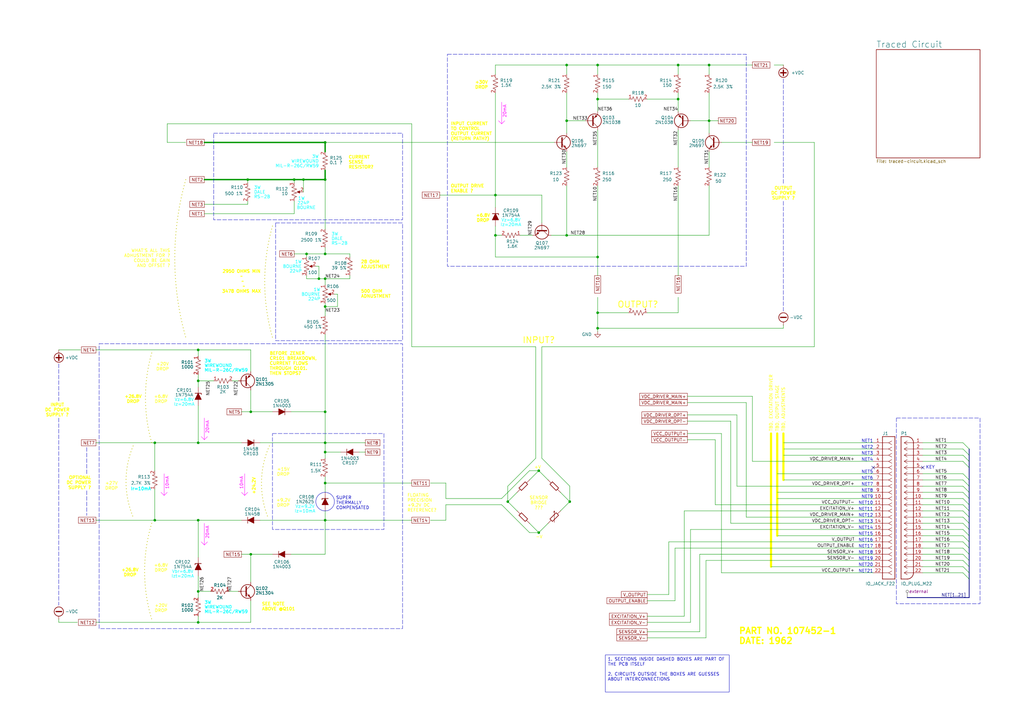
<source format=kicad_sch>
(kicad_sch (version 20231120) (generator "eeschema") (generator_version "8.0")
  (paper "A3")
  (title_block (title "APOLLO ERA MYSTERY PCB ASSEMBLY") (date "2024-11-17"))
  (junction (at 245.11 26.67))
  (junction (at 124.46 73.66))
  (junction (at 245.11 40.64))
  (junction (at 278.13 40.64))
  (junction (at 245.11 134.62))
  (junction (at 232.41 96.52))
  (junction (at 81.28 255.27))
  (junction (at 290.83 49.53))
  (junction (at 120.65 73.66))
  (junction (at 133.35 198.12))
  (junction (at 203.2 80.01))
  (junction (at 133.35 73.66))
  (junction (at 63.5 213.36))
  (junction (at 203.2 96.52))
  (junction (at 133.35 58.42))
  (junction (at 101.6 73.66))
  (junction (at 220.98 218.44))
  (junction (at 278.13 26.67))
  (junction (at 133.35 168.91))
  (junction (at 102.87 227.33))
  (junction (at 125.73 104.14))
  (junction (at 130.81 114.3))
  (junction (at 245.11 128.27))
  (junction (at 102.87 168.91))
  (junction (at 290.83 26.67))
  (junction (at 220.98 193.04))
  (junction (at 81.28 156.21))
  (junction (at 133.35 104.14))
  (junction (at 133.35 185.42))
  (junction (at 232.41 49.53))
  (junction (at 133.35 125.73))
  (junction (at 233.68 205.74))
  (junction (at 81.28 181.61))
  (junction (at 133.35 181.61))
  (junction (at 81.28 143.51))
  (junction (at 133.35 114.3))
  (junction (at 245.11 105.41))
  (junction (at 232.41 26.67))
  (junction (at 63.5 181.61))
  (junction (at 81.28 213.36))
  (junction (at 133.35 213.36))
  (junction (at 208.28 205.74))
  (junction (at 81.28 242.57))
  (no_connect (at 358.14 191.77))
  (no_connect (at 378.46 191.77))
  (bus_entry (at 397.51 214.63) (size -2.54 -2.54))
  (bus_entry (at 397.51 196.85) (size -2.54 -2.54))
  (bus_entry (at 397.51 217.17) (size -2.54 -2.54))
  (bus_entry (at 397.51 204.47) (size -2.54 -2.54))
  (bus_entry (at 397.51 232.41) (size -2.54 -2.54))
  (bus_entry (at 397.51 184.15) (size -2.54 -2.54))
  (bus_entry (at 397.51 229.87) (size -2.54 -2.54))
  (bus_entry (at 397.51 199.39) (size -2.54 -2.54))
  (bus_entry (at 397.51 189.23) (size -2.54 -2.54))
  (bus_entry (at 397.51 207.01) (size -2.54 -2.54))
  (bus_entry (at 397.51 186.69) (size -2.54 -2.54))
  (bus_entry (at 397.51 201.93) (size -2.54 -2.54))
  (bus_entry (at 397.51 224.79) (size -2.54 -2.54))
  (bus_entry (at 397.51 191.77) (size -2.54 -2.54))
  (bus_entry (at 397.51 237.49) (size -2.54 -2.54))
  (bus_entry (at 397.51 234.95) (size -2.54 -2.54))
  (bus_entry (at 397.51 222.25) (size -2.54 -2.54))
  (bus_entry (at 397.51 209.55) (size -2.54 -2.54))
  (bus_entry (at 397.51 212.09) (size -2.54 -2.54))
  (bus_entry (at 397.51 219.71) (size -2.54 -2.54))
  (bus_entry (at 397.51 227.33) (size -2.54 -2.54))
  (wire (pts (xy 295.91 234.95) (xy 358.14 234.95)))
  (wire (pts (xy 217.17 196.85) (xy 220.98 193.04)))
  (wire (pts (xy 232.41 96.52) (xy 290.83 96.52)))
  (wire (pts (xy 378.46 186.69) (xy 394.97 186.69)))
  (wire (pts (xy 265.43 40.64) (xy 278.13 40.64)))
  (wire (pts (xy 317.5 58.42) (xy 334.01 58.42)))
  (wire (pts (xy 281.94 162.56) (xy 308.61 162.56)))
  (wire (pts (xy 120.65 104.14) (xy 125.73 104.14)))
  (wire (pts (xy 378.46 204.47) (xy 394.97 204.47)))
  (wire (pts (xy 245.11 26.67) (xy 232.41 26.67)))
  (bus (pts (xy 397.51 212.09) (xy 397.51 214.63)))
  (wire (pts (xy 81.28 156.21) (xy 81.28 158.75)))
  (wire (pts (xy 316.23 232.41) (xy 358.14 232.41)))
  (wire (pts (xy 378.46 219.71) (xy 394.97 219.71)))
  (wire (pts (xy 63.5 181.61) (xy 63.5 193.04)))
  (wire (pts (xy 147.32 185.42) (xy 149.86 185.42)))
  (bus (pts (xy 397.51 224.79) (xy 397.51 227.33)))
  (wire (pts (xy 130.81 109.22) (xy 129.54 109.22)))
  (wire (pts (xy 278.13 128.27) (xy 265.43 128.27)))
  (wire (pts (xy 378.46 184.15) (xy 394.97 184.15)))
  (wire (pts (xy 281.94 180.34) (xy 293.37 180.34)))
  (wire (pts (xy 133.35 73.66) (xy 133.35 93.98)))
  (wire (pts (xy 81.28 252.73) (xy 81.28 255.27)))
  (wire (pts (xy 125.73 104.14) (xy 133.35 104.14)))
  (wire (pts (xy 290.83 38.1) (xy 290.83 49.53)))
  (wire (pts (xy 95.25 156.21) (xy 97.79 156.21)))
  (polyline (pts (xy 24.13 171.45) (xy 24.13 248.285)) (stroke (width 0) (type dash)))
  (wire (pts (xy 39.37 181.61) (xy 63.5 181.61)))
  (wire (pts (xy 245.11 134.62) (xy 321.31 134.62)))
  (wire (pts (xy 233.68 205.74) (xy 229.87 201.93)))
  (wire (pts (xy 102.87 227.33) (xy 102.87 238.76)))
  (wire (pts (xy 81.28 143.51) (xy 102.87 143.51)))
  (wire (pts (xy 321.31 186.69) (xy 358.14 186.69)))
  (wire (pts (xy 378.46 227.33) (xy 394.97 227.33)))
  (wire (pts (xy 133.35 62.23) (xy 133.35 58.42)) (stroke (width 0.5588)))
  (wire (pts (xy 133.35 101.6) (xy 133.35 104.14)))
  (wire (pts (xy 125.73 114.3) (xy 125.73 113.03)))
  (wire (pts (xy 68.58 50.8) (xy 68.58 58.42)))
  (wire (pts (xy 245.11 105.41) (xy 245.11 113.03)))
  (wire (pts (xy 245.11 53.34) (xy 245.11 68.58)))
  (wire (pts (xy 232.41 96.52) (xy 232.41 76.2)))
  (wire (pts (xy 308.61 162.56) (xy 308.61 189.23)))
  (wire (pts (xy 101.6 73.66) (xy 101.6 74.93)))
  (wire (pts (xy 81.28 213.36) (xy 99.06 213.36)))
  (wire (pts (xy 245.11 38.1) (xy 245.11 40.64)))
  (polyline (pts (xy 83.82 180.34) (xy 82.55 179.07)) (stroke (width 0) (color 255 0 255 1)))
  (wire (pts (xy 281.94 177.8) (xy 295.91 177.8)))
  (wire (pts (xy 290.83 76.2) (xy 290.83 96.52)))
  (wire (pts (xy 378.46 194.31) (xy 394.97 194.31)))
  (wire (pts (xy 287.02 227.33) (xy 358.14 227.33)))
  (polyline (pts (xy 85.09 179.07) (xy 83.82 180.34)) (stroke (width 0) (color 255 0 255 1)))
  (wire (pts (xy 245.11 128.27) (xy 245.11 134.62)))
  (wire (pts (xy 265.43 259.08) (xy 287.02 259.08)))
  (wire (pts (xy 378.46 214.63) (xy 394.97 214.63)))
  (wire (pts (xy 378.46 229.87) (xy 394.97 229.87)))
  (wire (pts (xy 133.35 209.55) (xy 133.35 213.36)))
  (bus (pts (xy 372.11 245.11) (xy 397.51 245.11)))
  (bus (pts (xy 397.51 184.15) (xy 397.51 186.69)))
  (polyline (pts (xy 205.74 50.8) (xy 204.47 49.53)) (stroke (width 0) (color 255 0 255 1)))
  (wire (pts (xy 208.28 205.74) (xy 212.09 201.93)))
  (wire (pts (xy 378.46 201.93) (xy 394.97 201.93)))
  (bus (pts (xy 397.51 201.93) (xy 397.51 204.47)))
  (wire (pts (xy 133.35 73.66) (xy 133.35 69.85)) (stroke (width 0.5588)))
  (wire (pts (xy 318.77 204.47) (xy 358.14 204.47)))
  (wire (pts (xy 81.28 181.61) (xy 63.5 181.61)))
  (wire (pts (xy 308.61 58.42) (xy 295.91 58.42)))
  (wire (pts (xy 68.58 58.42) (xy 76.2 58.42)))
  (wire (pts (xy 280.67 252.73) (xy 280.67 209.55)))
  (wire (pts (xy 101.6 73.66) (xy 120.65 73.66)))
  (wire (pts (xy 102.87 168.91) (xy 111.76 168.91)))
  (wire (pts (xy 81.28 242.57) (xy 81.28 245.11)))
  (wire (pts (xy 317.5 26.67) (xy 321.31 26.67)))
  (wire (pts (xy 294.64 49.53) (xy 290.83 49.53)))
  (wire (pts (xy 290.83 49.53) (xy 283.21 49.53)))
  (wire (pts (xy 318.77 201.93) (xy 358.14 201.93)))
  (wire (pts (xy 63.5 213.36) (xy 63.5 200.66)))
  (wire (pts (xy 168.91 50.8) (xy 168.91 142.24)))
  (wire (pts (xy 378.46 224.79) (xy 394.97 224.79)))
  (wire (pts (xy 222.25 80.01) (xy 222.25 91.44)))
  (wire (pts (xy 125.73 114.3) (xy 130.81 114.3)))
  (wire (pts (xy 83.82 58.42) (xy 133.35 58.42)) (stroke (width 0.5588)))
  (wire (pts (xy 168.91 50.8) (xy 68.58 50.8)))
  (wire (pts (xy 203.2 92.71) (xy 203.2 96.52)))
  (bus (pts (xy 397.51 234.95) (xy 397.51 237.49)))
  (wire (pts (xy 278.13 121.92) (xy 278.13 128.27)))
  (wire (pts (xy 133.35 58.42) (xy 227.33 58.42)))
  (wire (pts (xy 283.21 255.27) (xy 283.21 217.17)))
  (polyline (pts (xy 99.06 201.93) (xy 100.33 203.2)) (stroke (width 0) (color 255 0 255 1)))
  (wire (pts (xy 321.31 184.15) (xy 358.14 184.15)))
  (wire (pts (xy 299.72 172.72) (xy 299.72 214.63)))
  (wire (pts (xy 203.2 96.52) (xy 205.74 96.52)))
  (wire (pts (xy 208.28 199.39) (xy 208.28 205.74)))
  (wire (pts (xy 245.11 76.2) (xy 245.11 105.41)))
  (wire (pts (xy 295.91 177.8) (xy 295.91 234.95)))
  (wire (pts (xy 81.28 166.37) (xy 81.28 181.61)))
  (wire (pts (xy 133.35 125.73) (xy 133.35 129.54)))
  (wire (pts (xy 232.41 38.1) (xy 232.41 49.53)))
  (wire (pts (xy 182.88 198.12) (xy 182.88 204.47)))
  (wire (pts (xy 102.87 143.51) (xy 102.87 152.4)))
  (polyline (pts (xy 207.01 49.53) (xy 205.74 50.8)) (stroke (width 0) (color 255 0 255 1)))
  (wire (pts (xy 281.94 172.72) (xy 299.72 172.72)))
  (wire (pts (xy 276.86 246.38) (xy 276.86 224.79)))
  (wire (pts (xy 81.28 153.67) (xy 81.28 156.21)))
  (wire (pts (xy 306.07 165.1) (xy 306.07 212.09)))
  (wire (pts (xy 274.32 222.25) (xy 358.14 222.25)))
  (wire (pts (xy 81.28 236.22) (xy 81.28 242.57)))
  (wire (pts (xy 321.31 181.61) (xy 358.14 181.61)))
  (wire (pts (xy 124.46 73.66) (xy 133.35 73.66)) (stroke (width 0.5588)))
  (wire (pts (xy 289.56 261.62) (xy 289.56 229.87)))
  (wire (pts (xy 378.46 196.85) (xy 394.97 196.85)))
  (wire (pts (xy 293.37 207.01) (xy 358.14 207.01)))
  (wire (pts (xy 213.36 96.52) (xy 218.44 96.52)))
  (polyline (pts (xy 321.31 82.55) (xy 321.31 127.635)) (stroke (width 0) (type dash)))
  (wire (pts (xy 203.2 105.41) (xy 203.2 96.52)))
  (wire (pts (xy 245.11 128.27) (xy 257.81 128.27)))
  (wire (pts (xy 283.21 217.17) (xy 358.14 217.17)))
  (wire (pts (xy 378.46 222.25) (xy 394.97 222.25)))
  (polyline (pts (xy 24.13 149.225) (xy 24.13 164.465)) (stroke (width 0) (type dash)))
  (wire (pts (xy 182.88 207.01) (xy 205.74 207.01)))
  (wire (pts (xy 318.77 219.71) (xy 358.14 219.71)))
  (bus (pts (xy 397.51 209.55) (xy 397.51 212.09)))
  (wire (pts (xy 133.35 181.61) (xy 106.68 181.61)))
  (bus (pts (xy 397.51 207.01) (xy 397.51 209.55)))
  (wire (pts (xy 120.65 73.66) (xy 124.46 73.66)) (stroke (width 0.5588)))
  (wire (pts (xy 265.43 252.73) (xy 280.67 252.73)))
  (wire (pts (xy 278.13 53.34) (xy 278.13 68.58)))
  (wire (pts (xy 203.2 26.67) (xy 232.41 26.67)))
  (polyline (pts (xy 67.31 203.2) (xy 66.04 201.93)) (stroke (width 0) (color 255 0 255 1)))
  (wire (pts (xy 208.28 199.39) (xy 219.71 187.96)))
  (wire (pts (xy 302.26 170.18) (xy 302.26 199.39)))
  (wire (pts (xy 321.31 196.85) (xy 358.14 196.85)))
  (wire (pts (xy 119.38 227.33) (xy 133.35 227.33)))
  (wire (pts (xy 168.91 142.24) (xy 219.71 142.24)))
  (wire (pts (xy 232.41 62.23) (xy 232.41 68.58)))
  (bus (pts (xy 397.51 199.39) (xy 397.51 201.93)))
  (wire (pts (xy 265.43 255.27) (xy 283.21 255.27)))
  (polyline (pts (xy 318.77 219.71) (xy 318.77 177.8)) (stroke (width 0.889) (color 255 255 0 0.26)))
  (bus (pts (xy 397.51 219.71) (xy 397.51 222.25)))
  (polyline (pts (xy 321.31 32.385) (xy 321.31 75.565)) (stroke (width 0) (type dash)))
  (wire (pts (xy 133.35 181.61) (xy 149.86 181.61)))
  (wire (pts (xy 120.65 73.66) (xy 120.65 74.93)))
  (wire (pts (xy 81.28 156.21) (xy 87.63 156.21)))
  (bus (pts (xy 397.51 227.33) (xy 397.51 229.87)))
  (wire (pts (xy 287.02 259.08) (xy 287.02 227.33)))
  (wire (pts (xy 182.88 204.47) (xy 205.74 204.47)))
  (wire (pts (xy 176.53 198.12) (xy 182.88 198.12)))
  (wire (pts (xy 24.13 255.27) (xy 31.75 255.27)))
  (wire (pts (xy 334.01 142.24) (xy 334.01 58.42)))
  (wire (pts (xy 265.43 261.62) (xy 289.56 261.62)))
  (wire (pts (xy 278.13 76.2) (xy 278.13 113.03)))
  (bus (pts (xy 397.51 214.63) (xy 397.51 217.17)))
  (wire (pts (xy 203.2 80.01) (xy 203.2 85.09)))
  (wire (pts (xy 120.65 73.66) (xy 124.46 73.66)))
  (wire (pts (xy 245.11 40.64) (xy 245.11 45.72)))
  (bus (pts (xy 397.51 229.87) (xy 397.51 232.41)))
  (wire (pts (xy 281.94 165.1) (xy 306.07 165.1)))
  (wire (pts (xy 130.81 109.22) (xy 130.81 114.3)))
  (wire (pts (xy 222.25 187.96) (xy 233.68 199.39)))
  (polyline (pts (xy 35.56 183.515) (xy 35.56 194.31)) (stroke (width 0) (type dash)))
  (polyline (pts (xy 100.33 194.31) (xy 100.33 203.2)) (stroke (width 0) (color 255 0 255 1)))
  (wire (pts (xy 278.13 40.64) (xy 278.13 45.72)))
  (wire (pts (xy 318.77 194.31) (xy 358.14 194.31)))
  (wire (pts (xy 293.37 180.34) (xy 293.37 207.01)))
  (wire (pts (xy 133.35 116.84) (xy 133.35 114.3)))
  (wire (pts (xy 240.03 49.53) (xy 232.41 49.53)))
  (wire (pts (xy 143.51 104.14) (xy 133.35 104.14)))
  (wire (pts (xy 290.83 62.23) (xy 290.83 68.58)))
  (bus (pts (xy 397.51 186.69) (xy 397.51 189.23)))
  (wire (pts (xy 203.2 26.67) (xy 203.2 30.48)))
  (wire (pts (xy 217.17 193.04) (xy 220.98 193.04)))
  (wire (pts (xy 83.82 73.66) (xy 101.6 73.66)) (stroke (width 0.5588)))
  (wire (pts (xy 133.35 125.73) (xy 138.43 125.73)))
  (wire (pts (xy 124.46 73.66) (xy 124.46 78.74)))
  (wire (pts (xy 290.83 26.67) (xy 308.61 26.67)))
  (wire (pts (xy 99.06 227.33) (xy 102.87 227.33)))
  (wire (pts (xy 220.98 193.04) (xy 224.79 196.85)))
  (wire (pts (xy 290.83 26.67) (xy 278.13 26.67)))
  (wire (pts (xy 245.11 26.67) (xy 245.11 30.48)))
  (wire (pts (xy 217.17 214.63) (xy 220.98 218.44)))
  (wire (pts (xy 182.88 207.01) (xy 182.88 213.36)))
  (wire (pts (xy 220.98 218.44) (xy 224.79 214.63)))
  (wire (pts (xy 290.83 26.67) (xy 290.83 30.48)))
  (bus (pts (xy 397.51 217.17) (xy 397.51 219.71)))
  (wire (pts (xy 378.46 234.95) (xy 394.97 234.95)))
  (polyline (pts (xy 205.74 41.91) (xy 205.74 50.8)) (stroke (width 0) (color 255 0 255 1)))
  (polyline (pts (xy 35.56 201.295) (xy 35.56 211.455)) (stroke (width 0) (type dash)))
  (wire (pts (xy 83.82 87.63) (xy 120.65 87.63)))
  (wire (pts (xy 143.51 104.14) (xy 143.51 105.41)))
  (bus (pts (xy 397.51 232.41) (xy 397.51 234.95)))
  (bus (pts (xy 397.51 204.47) (xy 397.51 207.01)))
  (wire (pts (xy 133.35 185.42) (xy 133.35 187.96)))
  (wire (pts (xy 81.28 255.27) (xy 102.87 255.27)))
  (polyline (pts (xy 83.82 171.45) (xy 83.82 180.34)) (stroke (width 0) (color 255 0 255 1)))
  (wire (pts (xy 106.68 213.36) (xy 133.35 213.36)))
  (wire (pts (xy 278.13 26.67) (xy 278.13 30.48)))
  (wire (pts (xy 245.11 121.92) (xy 245.11 128.27)))
  (wire (pts (xy 233.68 199.39) (xy 233.68 205.74)))
  (wire (pts (xy 101.6 73.66) (xy 120.65 73.66)) (stroke (width 0.5588)))
  (wire (pts (xy 205.74 204.47) (xy 217.17 193.04)))
  (wire (pts (xy 222.25 142.24) (xy 334.01 142.24)))
  (bus (pts (xy 397.51 189.23) (xy 397.51 191.77)))
  (wire (pts (xy 133.35 124.46) (xy 133.35 125.73)))
  (wire (pts (xy 102.87 160.02) (xy 102.87 168.91)))
  (wire (pts (xy 99.06 168.91) (xy 102.87 168.91)))
  (wire (pts (xy 133.35 213.36) (xy 168.91 213.36)))
  (wire (pts (xy 39.37 213.36) (xy 63.5 213.36)))
  (wire (pts (xy 378.46 199.39) (xy 394.97 199.39)))
  (wire (pts (xy 176.53 213.36) (xy 182.88 213.36)))
  (wire (pts (xy 378.46 189.23) (xy 394.97 189.23)))
  (wire (pts (xy 133.35 195.58) (xy 133.35 198.12)))
  (wire (pts (xy 138.43 120.65) (xy 137.16 120.65)))
  (wire (pts (xy 274.32 243.84) (xy 274.32 222.25)))
  (wire (pts (xy 308.61 189.23) (xy 358.14 189.23)))
  (wire (pts (xy 280.67 209.55) (xy 358.14 209.55)))
  (wire (pts (xy 133.35 114.3) (xy 130.81 114.3)))
  (wire (pts (xy 83.82 83.82) (xy 101.6 83.82)))
  (wire (pts (xy 290.83 49.53) (xy 290.83 54.61)))
  (polyline (pts (xy 85.09 222.25) (xy 83.82 223.52)) (stroke (width 0) (color 255 0 255 1)))
  (bus (pts (xy 397.51 196.85) (xy 397.51 199.39)))
  (wire (pts (xy 378.46 232.41) (xy 394.97 232.41)))
  (polyline (pts (xy 68.58 201.93) (xy 67.31 203.2)) (stroke (width 0) (color 255 0 255 1)))
  (wire (pts (xy 203.2 105.41) (xy 245.11 105.41)))
  (wire (pts (xy 276.86 224.79) (xy 358.14 224.79)))
  (wire (pts (xy 222.25 142.24) (xy 222.25 187.96)))
  (wire (pts (xy 378.46 212.09) (xy 394.97 212.09)))
  (wire (pts (xy 203.2 38.1) (xy 203.2 80.01)))
  (wire (pts (xy 101.6 83.82) (xy 101.6 82.55)))
  (wire (pts (xy 245.11 40.64) (xy 257.81 40.64)))
  (wire (pts (xy 81.28 242.57) (xy 86.36 242.57)))
  (wire (pts (xy 133.35 213.36) (xy 133.35 227.33)))
  (wire (pts (xy 133.35 137.16) (xy 133.35 168.91)))
  (wire (pts (xy 226.06 96.52) (xy 232.41 96.52)))
  (wire (pts (xy 133.35 114.3) (xy 143.51 114.3)))
  (wire (pts (xy 232.41 26.67) (xy 232.41 30.48)))
  (polyline (pts (xy 316.23 232.41) (xy 316.23 177.8)) (stroke (width 0.889) (color 255 255 0 0.26)))
  (wire (pts (xy 102.87 227.33) (xy 111.76 227.33)))
  (wire (pts (xy 265.43 243.84) (xy 274.32 243.84)))
  (wire (pts (xy 219.71 142.24) (xy 219.71 187.96)))
  (wire (pts (xy 143.51 113.03) (xy 143.51 114.3)))
  (wire (pts (xy 119.38 168.91) (xy 133.35 168.91)))
  (wire (pts (xy 125.73 105.41) (xy 125.73 104.14)))
  (wire (pts (xy 232.41 54.61) (xy 232.41 49.53)))
  (bus (pts (xy 397.51 191.77) (xy 397.51 196.85)))
  (wire (pts (xy 93.98 242.57) (xy 97.79 242.57)))
  (polyline (pts (xy 83.82 214.63) (xy 83.82 223.52)) (stroke (width 0) (color 255 0 255 1)))
  (wire (pts (xy 281.94 170.18) (xy 302.26 170.18)))
  (wire (pts (xy 378.46 207.01) (xy 394.97 207.01)))
  (polyline (pts (xy 100.33 203.2) (xy 101.6 201.93)) (stroke (width 0) (color 255 0 255 1)))
  (polyline (pts (xy 83.82 223.52) (xy 82.55 222.25)) (stroke (width 0) (color 255 0 255 1)))
  (bus (pts (xy 397.51 222.25) (xy 397.51 224.79)))
  (wire (pts (xy 81.28 213.36) (xy 81.28 228.6)))
  (wire (pts (xy 139.7 185.42) (xy 133.35 185.42)))
  (wire (pts (xy 203.2 80.01) (xy 222.25 80.01)))
  (wire (pts (xy 24.13 143.51) (xy 33.02 143.51)))
  (wire (pts (xy 299.72 214.63) (xy 358.14 214.63)))
  (wire (pts (xy 289.56 229.87) (xy 358.14 229.87)))
  (wire (pts (xy 245.11 134.62) (xy 245.11 135.89)))
  (wire (pts (xy 265.43 246.38) (xy 276.86 246.38)))
  (wire (pts (xy 306.07 212.09) (xy 358.14 212.09)))
  (bus (pts (xy 397.51 237.49) (xy 397.51 245.11)))
  (wire (pts (xy 81.28 181.61) (xy 99.06 181.61)))
  (wire (pts (xy 278.13 26.67) (xy 245.11 26.67)))
  (wire (pts (xy 133.35 168.91) (xy 133.35 181.61)))
  (wire (pts (xy 24.13 254) (xy 24.13 255.27)))
  (wire (pts (xy 133.35 198.12) (xy 133.35 201.93)))
  (wire (pts (xy 180.34 80.01) (xy 203.2 80.01)))
  (wire (pts (xy 321.31 133.35) (xy 321.31 134.62)))
  (wire (pts (xy 138.43 125.73) (xy 138.43 120.65)))
  (wire (pts (xy 378.46 209.55) (xy 394.97 209.55)))
  (wire (pts (xy 168.91 198.12) (xy 133.35 198.12)))
  (wire (pts (xy 378.46 217.17) (xy 394.97 217.17)))
  (polyline (pts (xy 321.31 196.85) (xy 321.31 177.8)) (stroke (width 0.889) (color 255 255 0 0.26)))
  (wire (pts (xy 63.5 213.36) (xy 81.28 213.36)))
  (wire (pts (xy 302.26 199.39) (xy 358.14 199.39)))
  (wire (pts (xy 102.87 246.38) (xy 102.87 255.27)))
  (wire (pts (xy 205.74 207.01) (xy 217.17 218.44)))
  (wire (pts (xy 39.37 255.27) (xy 81.28 255.27)))
  (wire (pts (xy 39.37 143.51) (xy 81.28 143.51)))
  (wire (pts (xy 278.13 38.1) (xy 278.13 40.64)))
  (wire (pts (xy 229.87 209.55) (xy 233.68 205.74)))
  (wire (pts (xy 120.65 82.55) (xy 120.65 87.63)))
  (wire (pts (xy 133.35 181.61) (xy 133.35 185.42)))
  (polyline (pts (xy 67.31 194.31) (xy 67.31 203.2)) (stroke (width 0) (color 255 0 255 1)))
  (wire (pts (xy 81.28 146.05) (xy 81.28 143.51)))
  (wire (pts (xy 217.17 218.44) (xy 220.98 218.44)))
  (wire (pts (xy 208.28 205.74) (xy 212.09 209.55)))
  (wire (pts (xy 378.46 181.61) (xy 394.97 181.61)))
  (rectangle (start 111.76 177.8) (end 157.48 217.17) (stroke (width 0) (type dash)))
  (arc (start 54.61 212.09) (mid 51.691 197.485) (end 54.61 182.88) (stroke (width 0.3048) (type dot) (color 194 194 0 1)))
  (arc (start 76.2 138.43) (mid 71.686 106.045) (end 76.2 73.66) (stroke (width 0.3048) (type dot) (color 194 194 0 1)))
  (rectangle (start 367.665 171.45) (end 401.955 247.65) (stroke (width 0) (type dash)))
  (rectangle (start 87.63 54.61) (end 165.1 90.17) (stroke (width 0) (type dash)))
  (circle (center 133.35 205.74) (radius 3.81))
  (arc (start 109.855 212.09) (mid 107.2533 197.4215) (end 110.49 182.88) (stroke (width 0.3048) (type dot) (color 194 194 0 1)))
  (rectangle (start 40.64 140.97) (end 165.1 257.81) (stroke (width 0) (type dash)))
  (rectangle (start 183.515 22.225) (end 306.07 109.22) (stroke (width 0) (type dash)))
  (rectangle (start 113.03 91.44) (end 165.1 139.7) (stroke (width 0) (type dash)))
  (arc (start 62.23 254) (mid 59.3141 234.315) (end 62.23 214.63) (stroke (width 0.3048) (type dot) (color 194 194 0 1)))
  (arc (start 62.23 181.61) (mid 59.6632 163.195) (end 62.23 144.78) (stroke (width 0.3048) (type dot) (color 194 194 0 1)))
  (arc (start 111.76 138.43) (mid 108.5737 115.57) (end 111.76 92.71) (stroke (width 0.3048) (type dot) (color 194 194 0 1)))
  (text_box "1. SECTIONS INSIDE DASHED BOXES ARE PART OF THE PCB ITSELF\n\n2. CIRCUITS OUTSIDE THE BOXES ARE GUESSES ABOUT INTERCONNECTIONS" (at 248.285 268.605 0) (size 50.8 15.24) (effects (font (size 1.27 1.27)) (justify left top)))
  (text "SEE NOTE \nABOVE @Q101" (at 107.315 248.92 0) (effects (font (size 1.27 1.27) (thickness 0.254) (bold yes)) (justify left)))
  (text "INPUT CURRENT\nTO CONTROL\nOUTPUT CURRENT\n(RETURN PATH?)" (at 184.785 53.975 0) (effects (font (size 1.27 1.27) (thickness 0.254) (bold yes)) (justify left)))
  (text "+27V\nDROP" (at 45.72 199.39 0) (effects (font (size 1.27 1.27))))
  (text "TBD, ADJUSTMENTS" (at 321.31 177.165 90) (effects (font (size 1.27 1.27)) (justify left)))
  (text "-V" (at 219.71 220.345 0) (effects (font (size 1.27 1.27)) (justify left)))
  (text "WHAT'S ALL THIS\nADHUSTMENT FOR ?\nCOULD BE GAIN\nAND OFFSET ?" (at 69.85 106.045 0) (effects (font (size 1.27 1.27)) (justify right)))
  (text "NET4" (at 358.14 188.595 0) (effects (font (size 1.27 1.27)) (justify right)))
  (text "28 OHM\nADJUSTMENT" (at 147.955 108.585 0) (effects (font (size 1.27 1.27) (thickness 0.254) (bold yes)) (justify left)))
  (text "OPTIONAL\nDC POWER\nSUPPLY ?" (at 37.465 198.12 0) (effects (font (size 1.27 1.27) (thickness 0.254) (bold yes)) (justify right)))
  (text "+V" (at 219.075 191.77 0) (effects (font (size 1.27 1.27)) (justify left)))
  (text "OUTPUT\nDC POWER\nSUPPLY ?" (at 321.31 79.375 0) (effects (font (size 1.27 1.27) (thickness 0.254) (bold yes))))
  (text "FLOATING\nPRECISION\n+9.2V DC\nREFERENCE?" (at 167.005 206.375 0) (effects (font (size 1.27 1.27)) (justify left)))
  (text "NET12" (at 358.14 211.455 0) (effects (font (size 1.27 1.27)) (justify right)))
  (text "+9.2V\nDROP" (at 116.205 206.375 0) (effects (font (size 1.27 1.27))))
  (text "+30V\nDROP" (at 197.485 34.925 0) (effects (font (size 1.27 1.27) (thickness 0.254) (bold yes))))
  (text "NET20" (at 358.14 231.775 0) (effects (font (size 1.27 1.27)) (justify right)))
  (text "CURRENT\nSENSE\nRESISTOR?" (at 142.875 66.675 0) (effects (font (size 1.27 1.27) (thickness 0.254) (bold yes)) (justify left)))
  (text "+26.8V\nDROP" (at 53.34 234.95 0) (effects (font (size 1.27 1.27) (thickness 0.254) (bold yes))))
  (text "NET11" (at 358.14 208.915 0) (effects (font (size 1.27 1.27)) (justify right)))
  (text "20mA" (at 85.09 175.26 90) (effects (font (size 1.27 1.27))))
  (text "NET7" (at 358.14 198.755 0) (effects (font (size 1.27 1.27)) (justify right)))
  (text "500 OHM\nADNUSTMENT" (at 147.955 120.65 0) (effects (font (size 1.27 1.27) (thickness 0.254) (bold yes)) (justify left)))
  (text "SENSOR\nBRIDGE\n???" (at 220.98 206.375 0) (effects (font (size 1.27 1.27))))
  (text "NET8" (at 358.14 201.295 0) (effects (font (size 1.27 1.27)) (justify right)))
  (text "PART NO. 107452-1\nDATE: 1962" (at 302.895 260.985 0) (effects (font (size 2.54 2.54) (thickness 0.508) (bold yes)) (justify left)))
  (text "INPUT?" (at 220.98 139.7 0) (effects (font (size 2.54 2.54) (thickness 0.254) (bold yes))))
  (text "NET3" (at 358.14 186.055 0) (effects (font (size 1.27 1.27)) (justify right)))
  (text "20mA" (at 85.09 218.44 90) (effects (font (size 1.27 1.27))))
  (text "TBD, EXCITATION DRIVER" (at 316.23 177.165 90) (effects (font (size 1.27 1.27)) (justify left)))
  (text "NET18" (at 358.14 226.695 0) (effects (font (size 1.27 1.27)) (justify right)))
  (text "NET21" (at 358.14 234.315 0) (effects (font (size 1.27 1.27)) (justify right)))
  (text "NET6" (at 358.14 196.215 0) (effects (font (size 1.27 1.27)) (justify right)))
  (text "2950 OHMS MIN\n~\n ~\n  ~\n3478 OHMS MAX" (at 99.06 115.57 0) (effects (font (size 1.27 1.27) (thickness 0.254) (bold yes))))
  (text "R.load" (at 261.62 131.445 0) (effects (font (size 1.27 1.27) (thickness 0.254) (bold yes))))
  (text "INPUT\nDC POWER\nSUPPLY ?" (at 23.495 168.275 0) (effects (font (size 1.27 1.27) (thickness 0.254) (bold yes))))
  (text "KEY" (at 379.73 191.77 0) (effects (font (size 1.27 1.27)) (justify left)))
  (text "+15V\nDROP" (at 116.205 193.675 0) (effects (font (size 1.27 1.27))))
  (text "NET17" (at 358.14 224.155 0) (effects (font (size 1.27 1.27)) (justify right)))
  (text "NET15" (at 358.14 219.075 0) (effects (font (size 1.27 1.27)) (justify right)))
  (text "+20V\nDROP" (at 66.675 150.495 0) (effects (font (size 1.27 1.27))))
  (text "+6.8V\nDROP" (at 198.12 89.535 0) (effects (font (size 1.27 1.27) (thickness 0.254) (bold yes))))
  (text "20mA" (at 207.01 45.72 90) (effects (font (size 1.27 1.27))))
  (text "NET19" (at 358.14 229.235 0) (effects (font (size 1.27 1.27)) (justify right)))
  (text "NET1" (at 358.14 180.975 0) (effects (font (size 1.27 1.27)) (justify right)))
  (text "+6.8V\nDROP" (at 66.04 163.83 0) (effects (font (size 1.27 1.27))))
  (text "NET16" (at 358.14 221.615 0) (effects (font (size 1.27 1.27)) (justify right)))
  (text "+26.8V\nDROP" (at 54.61 163.83 0) (effects (font (size 1.27 1.27) (thickness 0.254) (bold yes))))
  (text "NET13" (at 358.14 213.995 0) (effects (font (size 1.27 1.27)) (justify right)))
  (text "TBD, OUTPUT STAGE" (at 318.77 177.165 90) (effects (font (size 1.27 1.27)) (justify left)))
  (text "OUTPUT DRIVE \nENABLE ?" (at 184.785 77.47 0) (effects (font (size 1.27 1.27) (thickness 0.254) (bold yes)) (justify left)))
  (text "+24.2V" (at 104.14 199.39 90) (effects (font (size 1.27 1.27) (thickness 0.254) (bold yes))))
  (text "BEFORE ZENER \nCR101 BREAKDOWN,\nCURRENT FLOWS\nTHROUGH Q101.\nTHEN STOPS?" (at 110.49 149.225 0) (effects (font (size 1.27 1.27) (thickness 0.254) (bold yes)) (justify left)))
  (text "NET2" (at 358.14 183.515 0) (effects (font (size 1.27 1.27)) (justify right)))
  (text "NET9" (at 358.14 203.835 0) (effects (font (size 1.27 1.27)) (justify right)))
  (text "Ir=10mA" (at 57.785 200.66 0) (effects (font (size 1.27 1.27) (thickness 0.254) (bold yes))))
  (text "+6.8V\nDROP" (at 66.04 233.045 0) (effects (font (size 1.27 1.27))))
  (text "NET10" (at 358.14 206.375 0) (effects (font (size 1.27 1.27)) (justify right)))
  (text "SUPER\nTHERMALLY\nCOMPENSATED" (at 137.795 206.375 0) (effects (font (size 1.27 1.27)) (justify left)))
  (text "+20V\nDROP" (at 66.04 249.555 0) (effects (font (size 1.27 1.27))))
  (text "10mA" (at 68.58 198.12 90) (effects (font (size 1.27 1.27))))
  (text "10mA" (at 99.06 198.12 90) (effects (font (size 1.27 1.27))))
  (text "OUTPUT?" (at 261.62 125.095 0) (effects (font (size 2.54 2.54) (thickness 0.254) (bold yes))))
  (text "NET14" (at 358.14 216.535 0) (effects (font (size 1.27 1.27)) (justify right)))
  (text "NET5" (at 358.14 193.675 0) (effects (font (size 1.27 1.27)) (justify right)))
  (label "NET27" (at 95.25 242.57 90))
  (label "NET[1..21]" (at 386.08 245.11 0))
  (label "NET8" (at 383.54 201.93 0))
  (label "OUTPUT_ENABLE" (at 350.52 224.79 180))
  (label "NET36" (at 245.11 45.72 0))
  (label "NET12" (at 383.54 212.09 0))
  (label "NET11" (at 383.54 209.55 0))
  (label "NET30" (at 232.41 67.31 90))
  (label "NET14" (at 383.54 217.17 0))
  (label "NET3" (at 383.54 186.69 0))
  (label "EXCITATION_V+" (at 350.52 209.55 180))
  (label "NET6" (at 383.54 196.85 0))
  (label "NET19" (at 383.54 229.87 0))
  (label "VDC_DRIVER_MAIN+" (at 350.52 212.09 180))
  (label "SENSOR_V-" (at 350.52 229.87 180))
  (label "NET35" (at 245.11 59.69 90))
  (label "NET15" (at 383.54 219.71 0))
  (label "NET18" (at 383.54 227.33 0))
  (label "NET10" (at 245.11 82.55 90))
  (label "NET31" (at 290.83 67.31 90))
  (label "NET9" (at 383.54 204.47 0))
  (label "NET34" (at 278.13 45.72 180))
  (label "NET26" (at 83.82 242.57 90))
  (label "NET25" (at 86.36 156.21 270))
  (label "NET13" (at 383.54 214.63 0))
  (label "NET23" (at 133.35 128.27 0))
  (label "NET4" (at 383.54 189.23 0))
  (label "EXCITATION_V-" (at 350.52 217.17 180))
  (label "NET22" (at 97.79 156.21 270))
  (label "NET29" (at 218.44 96.52 90))
  (label "VDC_DRIVER_OPT-" (at 350.52 214.63 180))
  (label "NET28" (at 240.03 96.52 180))
  (label "NET24" (at 133.35 114.3 0))
  (label "NET17" (at 383.54 224.79 0))
  (label "NET5" (at 383.54 194.31 0))
  (label "VCC_OUTPUT+" (at 350.52 234.95 180))
  (label "VDC_DRIVER_OPT+" (at 350.52 199.39 180))
  (label "NET1" (at 383.54 181.61 0))
  (label "NET16" (at 278.13 82.55 90))
  (label "NET10" (at 383.54 207.01 0))
  (label "SENSOR_V+" (at 350.52 227.33 180))
  (label "VCC_OUTPUT-" (at 350.52 207.01 180))
  (label "NET16" (at 383.54 222.25 0))
  (label "NET21" (at 383.54 234.95 0))
  (label "VDC_DRIVER_MAIN+" (at 350.52 189.23 180))
  (label "NET20" (at 383.54 232.41 0))
  (label "V_OUTPUT" (at 350.52 222.25 180))
  (label "NET33" (at 234.95 49.53 0))
  (label "NET2" (at 383.54 184.15 0))
  (label "NET7" (at 383.54 199.39 0))
  (label "NET32" (at 278.13 59.69 90))
  (global_label "V_OUTPUT" (shape passive) (at 265.43 243.84 180) (property "Intersheetrefs" "${INTERSHEET_REFS}" (effects (hide yes))))
  (global_label "VDC_DRIVER_OPT+" (shape passive) (at 281.94 170.18 180) (property "Intersheetrefs" "${INTERSHEET_REFS}" (effects (hide yes))))
  (global_label "NET7" (shape passive) (at 39.37 181.61 180) (property "Intersheetrefs" "${INTERSHEET_REFS}" (effects (hide yes))))
  (global_label "NET9" (shape passive) (at 149.86 185.42 0) (property "Intersheetrefs" "${INTERSHEET_REFS}" (effects (hide yes))))
  (global_label "NET1" (shape passive) (at 83.82 87.63 180) (property "Intersheetrefs" "${INTERSHEET_REFS}" (effects (hide yes))))
  (global_label "NET8" (shape passive) (at 149.86 181.61 0) (property "Intersheetrefs" "${INTERSHEET_REFS}" (effects (hide yes))))
  (global_label "VCC_OUTPUT+" (shape passive) (at 281.94 177.8 180) (property "Intersheetrefs" "${INTERSHEET_REFS}" (effects (hide yes))))
  (global_label "VDC_DRIVER_OPT-" (shape passive) (at 281.94 172.72 180) (property "Intersheetrefs" "${INTERSHEET_REFS}" (effects (hide yes))))
  (global_label "EXCITATION_V-" (shape passive) (at 265.43 255.27 180) (property "Intersheetrefs" "${INTERSHEET_REFS}" (effects (hide yes))))
  (global_label "EXCITATION_V+" (shape passive) (at 265.43 252.73 180) (property "Intersheetrefs" "${INTERSHEET_REFS}" (effects (hide yes))))
  (global_label "NET19" (shape passive) (at 308.61 58.42 0) (property "Intersheetrefs" "${INTERSHEET_REFS}" (effects (hide yes))))
  (global_label "NET6" (shape passive) (at 120.65 104.14 180) (property "Intersheetrefs" "${INTERSHEET_REFS}" (effects (hide yes))))
  (global_label "NET20" (shape passive) (at 294.64 49.53 0) (property "Intersheetrefs" "${INTERSHEET_REFS}" (effects (hide yes))))
  (global_label "NET15" (shape passive) (at 99.06 227.33 180) (property "Intersheetrefs" "${INTERSHEET_REFS}" (effects (hide yes))))
  (global_label "NET18" (shape passive) (at 83.82 58.42 180) (property "Intersheetrefs" "${INTERSHEET_REFS}" (effects (hide yes))))
  (global_label "NET4" (shape passive) (at 39.37 143.51 180) (property "Intersheetrefs" "${INTERSHEET_REFS}" (effects (hide yes))))
  (global_label "NET3" (shape passive) (at 83.82 83.82 180) (property "Intersheetrefs" "${INTERSHEET_REFS}" (effects (hide yes))))
  (global_label "NET11" (shape passive) (at 168.91 198.12 0) (property "Intersheetrefs" "${INTERSHEET_REFS}" (effects (hide yes))))
  (global_label "SENSOR_V+" (shape passive) (at 265.43 259.08 180) (property "Intersheetrefs" "${INTERSHEET_REFS}" (effects (hide yes))))
  (global_label "NET16" (shape passive) (at 278.13 113.03 270) (property "Intersheetrefs" "${INTERSHEET_REFS}" (effects (hide yes))))
  (global_label "VDC_DRIVER_MAIN+" (shape passive) (at 281.94 165.1 180) (property "Intersheetrefs" "${INTERSHEET_REFS}" (effects (hide yes))))
  (global_label "NET21" (shape passive) (at 308.61 26.67 0) (property "Intersheetrefs" "${INTERSHEET_REFS}" (effects (hide yes))))
  (global_label "NET13" (shape passive) (at 39.37 213.36 180) (property "Intersheetrefs" "${INTERSHEET_REFS}" (effects (hide yes))))
  (global_label "NET5" (shape passive) (at 99.06 168.91 180) (property "Intersheetrefs" "${INTERSHEET_REFS}" (effects (hide yes))))
  (global_label "OUTPUT_ENABLE" (shape passive) (at 265.43 246.38 180) (property "Intersheetrefs" "${INTERSHEET_REFS}" (effects (hide yes))))
  (global_label "NET12" (shape passive) (at 39.37 255.27 180) (property "Intersheetrefs" "${INTERSHEET_REFS}" (effects (hide yes))))
  (global_label "NET10" (shape passive) (at 245.11 113.03 270) (property "Intersheetrefs" "${INTERSHEET_REFS}" (effects (hide yes))))
  (global_label "NET17" (shape passive) (at 180.34 80.01 180) (property "Intersheetrefs" "${INTERSHEET_REFS}" (effects (hide yes))))
  (global_label "VDC_DRIVER_MAIN+" (shape passive) (at 281.94 162.56 180) (property "Intersheetrefs" "${INTERSHEET_REFS}" (effects (hide yes))))
  (global_label "NET2" (shape passive) (at 83.82 73.66 180) (property "Intersheetrefs" "${INTERSHEET_REFS}" (effects (hide yes))))
  (global_label "NET14" (shape passive) (at 168.91 213.36 0) (property "Intersheetrefs" "${INTERSHEET_REFS}" (effects (hide yes))))
  (global_label "SENSOR_V-" (shape passive) (at 265.43 261.62 180) (property "Intersheetrefs" "${INTERSHEET_REFS}" (effects (hide yes))))
  (global_label "VCC_OUTPUT-" (shape passive) (at 281.94 180.34 180) (property "Intersheetrefs" "${INTERSHEET_REFS}" (effects (hide yes))))
  (netclass_flag "" (length 2.54) (shape round) (at 372.11 245.11 0) (property "Netclass" "external" (at 372.8085 242.57 0) (effects (font (italic yes)) (justify left))))
  (symbol (lib_id ".stumbler:R_45deg") (at 214.63 199.39 0) (mirror x) (unit 1) (on_board no)
    (property "Reference" "R3" (effects (hide yes)))
    (property "Value" "R_45deg" (effects (hide yes)))
    (property "Description" "Resistor, rotated by 45°" (effects (hide yes)))
  )
  (symbol (lib_id ".stumbler:RES_PIN_NUMS") (at 290.83 34.29 0) (unit 1)
    (property "Reference" "R120" (at 295.91 33.02 0))
    (property "Value" "2.5K 3%" (at 296.545 35.56 0))
    (property "Footprint" "Resistor_THT:R_Axial_DIN0414_L11.9mm_D4.5mm_P25.40mm_Horizontal" (effects (hide yes)))
  )
  (symbol (lib_id "power:-VDC") (at 24.13 254 0) (unit 1)
    (property "Reference" "#PWR05" (effects (hide yes)))
    (property "Value" "-VDC" (at 26.67 250.825 0) (effects (justify left)))
    (property "Description" "Power symbol creates a global label with name \"-VDC\"" (effects (hide yes)))
  )
  (symbol (lib_id ".stumbler:DIODE") (at 115.57 168.91 180) (unit 1)
    (property "Reference" "CR105" (at 115.57 164.465 0))
    (property "Value" "1N4003" (at 115.57 166.37 0))
    (property "Footprint" "Diode_THT:D_DO-27_P15.24mm_Horizontal" (effects (hide yes)))
    (property "Description" "Zener diode, filled shape" (effects (hide yes)))
  )
  (symbol (lib_id ".stumbler:RES_PIN_NUMS") (at 232.41 34.29 0) (unit 1)
    (property "Reference" "R121" (at 227.33 33.02 0))
    (property "Value" "2.5K 3%" (at 226.06 35.56 0))
    (property "Footprint" "Resistor_THT:R_Axial_DIN0414_L11.9mm_D4.5mm_P25.40mm_Horizontal" (effects (hide yes)))
  )
  (symbol (lib_id ".stumbler:RES_PIN_NUMS") (at 245.11 72.39 0) (unit 1)
    (property "Reference" "R116" (at 249.555 71.12 0))
    (property "Value" "250" (at 248.92 73.66 0))
    (property "Footprint" "Resistor_THT:R_Axial_DIN0414_L11.9mm_D4.5mm_P25.40mm_Horizontal" (effects (hide yes)))
  )
  (symbol (lib_id ".stumbler:RES_PIN_NUMS") (at 81.28 248.92 0) (mirror x) (unit 1)
    (property "Reference" "R102" (at 76.835 248.285 0))
    (property "Value" "1000" (at 76.835 250.19 0))
    (property "Footprint" "Resistor_THT:R_Axial_DIN0414_L11.9mm_D4.5mm_P25.40mm_Horizontal" (effects (hide yes)))
    (property "Field5" "3W" (at 83.82 247.015 0) (effects (justify left)))
    (property "Field6" "WIREWOUND" (at 83.82 248.92 0) (effects (justify left)))
    (property "Field7" "MIL-R-26C/RW59" (at 83.82 250.825 0) (effects (justify left)))
  )
  (symbol (lib_id ".stumbler:RES_PIN_NUMS") (at 101.6 78.74 0) (mirror y) (unit 1)
    (property "Reference" "R110" (at 97.155 76.835 0))
    (property "Value" "500 1%" (at 95.885 79.375 0))
    (property "Footprint" "Resistor_THT:R_Axial_DIN0414_L11.9mm_D4.5mm_P25.40mm_Horizontal" (effects (hide yes)))
    (property "Field5" "3W" (at 104.14 76.835 0) (effects (justify right)))
    (property "Field6" "DALE" (at 104.14 78.74 0) (effects (justify right)))
    (property "Field7" "RS-2B" (at 104.14 80.645 0) (effects (justify right)))
  )
  (symbol (lib_id ".stumbler:D_Zener_Filled") (at 203.2 88.9 270) (unit 1)
    (property "Reference" "CR109" (at 209.55 86.36 90))
    (property "Value" "1N754A" (at 209.55 88.265 90))
    (property "Footprint" "Diode_THT:D_DO-27_P15.24mm_Horizontal" (effects (hide yes)))
    (property "Description" "Zener diode, filled shape" (effects (hide yes)))
    (property "Field5" "Vz=6.8V" (at 209.55 90.17 90))
    (property "Field6" "Iz=20mA" (at 209.55 92.075 90))
  )
  (symbol (lib_id ".stumbler:Q_PNP_EBC_SHORT") (at 280.67 49.53 180) (unit 1)
    (property "Reference" "Q104" (at 273.685 48.26 0))
    (property "Value" "2N1038" (at 272.415 50.165 0))
    (property "Footprint" "Package_TO_SOT_THT:TO-5-3" (effects (hide yes)))
    (property "Description" "PNP transistor, emitter/base/collector" (effects (hide yes)))
  )
  (symbol (lib_id ".stumbler:Q_PNP_EBC_SHORT") (at 242.57 49.53 0) (mirror x) (unit 1)
    (property "Reference" "Q103" (at 249.555 48.26 0))
    (property "Value" "2N1038" (at 250.825 50.165 0))
    (property "Footprint" "Package_TO_SOT_THT:TO-5-3" (effects (hide yes)))
    (property "Description" "PNP transistor, emitter/base/collector" (effects (hide yes)))
  )
  (symbol (lib_id ".stumbler:IO_PLUG_M22") (at 369.57 208.28 0) (unit 1)
    (property "Reference" "P1" (at 370.84 177.8 0))
    (property "Value" "IO_PLUG_M22" (at 375.92 239.395 0))
    (property "Footprint" ".stumbler:EDGE_22_SINGLE_p0.156" (effects (hide yes)))
  )
  (symbol (lib_id ".stumbler:R_45deg") (at 214.63 212.09 0) (unit 1) (on_board no)
    (property "Reference" "R1" (effects (hide yes)))
    (property "Value" "R_45deg" (effects (hide yes)))
    (property "Description" "Resistor, rotated by 45°" (effects (hide yes)))
  )
  (symbol (lib_id ".stumbler:RES_PIN_NUMS") (at 245.11 34.29 0) (unit 1)
    (property "Reference" "R115" (at 249.555 33.02 0))
    (property "Value" "150" (at 248.92 35.56 0))
    (property "Footprint" "Resistor_THT:R_Axial_DIN0414_L11.9mm_D4.5mm_P25.40mm_Horizontal" (effects (hide yes)))
  )
  (symbol (lib_id "power:-VDC") (at 321.31 133.35 0) (unit 1)
    (property "Reference" "#PWR04" (effects (hide yes)))
    (property "Value" "-VDC" (at 323.85 130.175 0) (effects (justify left)))
    (property "Description" "Power symbol creates a global label with name \"-VDC\"" (effects (hide yes)))
  )
  (symbol (lib_id ".stumbler:RES_PIN_NUMS") (at 81.28 149.86 0) (unit 1)
    (property "Reference" "R101" (at 76.835 148.59 0))
    (property "Value" "1000" (at 76.835 150.495 0))
    (property "Footprint" "Resistor_THT:R_Axial_DIN0414_L11.9mm_D4.5mm_P25.40mm_Horizontal" (effects (hide yes)))
    (property "Field5" "3W" (at 83.82 147.955 0) (effects (justify left)))
    (property "Field6" "WIREWOUND" (at 83.82 149.86 0) (effects (justify left)))
    (property "Field7" "MIL-R-26C/RW59" (at 83.82 151.765 0) (effects (justify left)))
  )
  (symbol (lib_id ".stumbler:R_VARIABLE_45deg") (at 227.33 212.09 270) (unit 1) (on_board no)
    (property "Reference" "R2" (effects (hide yes)))
    (property "Value" "R_45deg" (effects (hide yes)))
    (property "Description" "Resistor, rotated by 45°" (effects (hide yes)))
  )
  (symbol (lib_id ".stumbler:RES_PIN_NUMS") (at 232.41 72.39 0) (unit 1)
    (property "Reference" "R123" (at 227.965 71.12 0))
    (property "Value" "10" (at 227.965 73.66 0))
    (property "Footprint" "Resistor_THT:R_Axial_DIN0414_L11.9mm_D4.5mm_P25.40mm_Horizontal" (effects (hide yes)))
  )
  (symbol (lib_id "power:+VDC") (at 321.31 26.67 0) (mirror x) (unit 1)
    (property "Reference" "#PWR03" (effects (hide yes)))
    (property "Value" "+VDC" (at 324.485 29.845 0) (effects (justify left)))
    (property "Description" "Power symbol creates a global label with name \"+VDC\"" (effects (hide yes)))
  )
  (symbol (lib_id ".stumbler:RES_PIN_NUMS") (at 203.2 34.29 0) (unit 1)
    (property "Reference" "R119" (at 207.645 33.02 0))
    (property "Value" "1.5K" (at 207.645 34.925 0))
    (property "Footprint" "Resistor_THT:R_Axial_DIN0414_L11.9mm_D4.5mm_P25.40mm_Horizontal" (effects (hide yes)))
  )
  (symbol (lib_id ".stumbler:RES_PIN_NUMS") (at 90.17 242.57 270) (unit 1)
    (property "Reference" "R104" (at 90.17 240.03 90))
    (property "Value" "2K" (at 90.17 245.11 90))
    (property "Footprint" "Resistor_THT:R_Axial_DIN0414_L11.9mm_D4.5mm_P25.40mm_Horizontal" (effects (hide yes)))
  )
  (symbol (lib_id ".stumbler:RES_PIN_NUMS") (at 63.5 196.85 0) (mirror x) (unit 1)
    (property "Reference" "R113" (at 59.055 195.58 0))
    (property "Value" "2.7K 3%" (at 57.785 198.12 0))
    (property "Footprint" "Resistor_THT:R_Axial_DIN0414_L11.9mm_D4.5mm_P25.40mm_Horizontal" (effects (hide yes)))
  )
  (symbol (lib_id ".stumbler:R_Potentiometer_US_APOLLO") (at 133.35 120.65 0) (unit 1)
    (property "Reference" "R106" (at 139.065 117.475 0) (effects (justify right)))
    (property "Value" "500" (at 137.795 123.19 0) (effects (justify right)))
    (property "Footprint" ".stumbler:Potentiometer_Bourns_224P" (effects (hide yes)))
    (property "Description" "Potentiometer, US symbol" (effects (hide yes)))
    (property "Rating" "1W" (at 131.445 118.745 0) (effects (justify right)))
    (property "Manufacturer" "BOURNE" (at 131.445 120.65 0) (effects (justify right)))
    (property "Series" "224P" (at 131.445 122.555 0) (effects (justify right)))
  )
  (symbol (lib_id ".stumbler:RES_PIN_NUMS") (at 133.35 97.79 180) (unit 1)
    (property "Reference" "R109" (at 127.635 95.885 0))
    (property "Value" "2500 1%" (at 127.635 98.425 0))
    (property "Footprint" "Resistor_THT:R_Axial_DIN0414_L11.9mm_D4.5mm_P25.40mm_Horizontal" (effects (hide yes)))
    (property "Field5" "3W" (at 135.89 95.885 0) (effects (justify right)))
    (property "Field6" "DALE" (at 135.89 97.79 0) (effects (justify right)))
    (property "Field7" "RS-2B" (at 135.89 99.695 0) (effects (justify right)))
  )
  (symbol (lib_id ".stumbler:Q_NPN_EBC_SHORT") (at 222.25 93.98 270) (unit 1)
    (property "Reference" "Q107" (at 222.25 99.695 90))
    (property "Value" "2N697" (at 222.25 101.6 90))
    (property "Footprint" "Package_TO_SOT_THT:TO-5-3" (effects (hide yes)))
    (property "Description" "NPN transistor, emitter/base/collector" (effects (hide yes)))
  )
  (symbol (lib_id ".stumbler:RES_PIN_NUMS") (at 290.83 72.39 0) (unit 1)
    (property "Reference" "R122" (at 295.275 71.755 0))
    (property "Value" "50" (at 294.64 74.295 0))
    (property "Footprint" "Resistor_THT:R_Axial_DIN0414_L11.9mm_D4.5mm_P25.40mm_Horizontal" (effects (hide yes)))
  )
  (symbol (lib_id ".stumbler:DIODE") (at 143.51 185.42 0) (unit 1)
    (property "Reference" "CR107" (at 143.51 189.865 0))
    (property "Value" "1N4003" (at 143.51 187.96 0))
    (property "Footprint" "Diode_THT:D_DO-27_P15.24mm_Horizontal" (effects (hide yes)))
    (property "Description" "Zener diode, filled shape" (effects (hide yes)))
  )
  (symbol (lib_id "power:+VDC") (at 24.13 143.51 0) (mirror x) (unit 1)
    (property "Reference" "#PWR02" (effects (hide yes)))
    (property "Value" "+VDC" (at 26.67 146.685 0) (effects (justify left)))
    (property "Description" "Power symbol creates a global label with name \"+VDC\"" (effects (hide yes)))
  )
  (symbol (lib_id ".stumbler:Q_NPN_EBC_SHORT") (at 229.87 58.42 0) (unit 1)
    (property "Reference" "Q106" (at 236.855 57.785 0))
    (property "Value" "2N697" (at 237.49 59.69 0))
    (property "Footprint" "Package_TO_SOT_THT:TO-5-3" (effects (hide yes)))
    (property "Description" "NPN transistor, emitter/base/collector" (effects (hide yes)))
  )
  (symbol (lib_id ".stumbler:GND") (at 245.11 135.89 0) (mirror y) (unit 1) (on_board no)
    (property "Reference" "#PWR01" (effects (hide yes)))
    (property "Value" "GND" (at 240.665 137.16 0))
  )
  (symbol (lib_id ".stumbler:RES_PIN_NUMS") (at 278.13 34.29 0) (unit 1)
    (property "Reference" "R114" (at 273.05 33.02 0))
    (property "Value" "150" (at 273.685 34.925 0))
    (property "Footprint" "Resistor_THT:R_Axial_DIN0414_L11.9mm_D4.5mm_P25.40mm_Horizontal" (effects (hide yes)))
  )
  (symbol (lib_id ".stumbler:IO_JACK_F22") (at 367.03 204.47 0) (unit 1) (on_board no)
    (property "Reference" "J1" (at 361.95 177.8 0) (effects (justify left)))
    (property "Value" "IO_JACK_F22" (at 354.965 239.395 0) (effects (justify left)))
  )
  (symbol (lib_id ".stumbler:DIODE") (at 115.57 227.33 0) (unit 1)
    (property "Reference" "CR106" (at 115.57 230.505 0))
    (property "Value" "1N4003" (at 115.57 232.41 0))
    (property "Footprint" "Diode_THT:D_DO-27_P15.24mm_Horizontal" (effects (hide yes)))
    (property "Description" "Zener diode, filled shape" (effects (hide yes)))
  )
  (symbol (lib_id ".stumbler:RES_PIN_NUMS") (at 133.35 191.77 0) (mirror y) (unit 1)
    (property "Reference" "R111" (at 129.54 190.5 0))
    (property "Value" "1.5K" (at 129.54 193.04 0))
    (property "Footprint" "Resistor_THT:R_Axial_DIN0414_L11.9mm_D4.5mm_P25.40mm_Horizontal" (effects (hide yes)))
  )
  (symbol (lib_id ".stumbler:RES_PIN_NUMS") (at 143.51 109.22 180) (unit 1)
    (property "Reference" "R108" (at 139.7 107.95 0))
    (property "Value" "39 5%" (at 139.065 109.855 0))
    (property "Footprint" "Resistor_THT:R_Axial_DIN0414_L11.9mm_D4.5mm_P25.40mm_Horizontal" (effects (hide yes)))
  )
  (symbol (lib_id ".stumbler:RES_PIN_NUMS") (at 133.35 133.35 0) (mirror y) (unit 1)
    (property "Reference" "R105" (at 128.27 132.08 0))
    (property "Value" "450 1%" (at 128.27 133.985 0))
    (property "Footprint" "Resistor_THT:R_Axial_DIN0414_L11.9mm_D4.5mm_P25.40mm_Horizontal" (effects (hide yes)))
  )
  (symbol (lib_id ".stumbler:D_Zener_Filled") (at 133.35 205.74 90) (mirror x) (unit 1)
    (property "Reference" "CR108" (at 125.73 203.835 90))
    (property "Value" "1N2625" (at 125.095 205.74 90))
    (property "Footprint" "Diode_THT:D_DO-27_P15.24mm_Horizontal" (effects (hide yes)))
    (property "Description" "Zener diode, filled shape" (effects (hide yes)))
    (property "Field5" "Vz=9.2V" (at 125.095 207.645 90))
    (property "Field6" "Iz=10mA" (at 125.095 209.55 90))
  )
  (symbol (lib_id ".stumbler:RES_PIN_NUMS") (at 261.62 40.64 90) (unit 1)
    (property "Reference" "R118" (at 261.62 38.1 90))
    (property "Value" "10" (at 261.62 43.18 90))
    (property "Footprint" "Resistor_THT:R_Axial_DIN0414_L11.9mm_D4.5mm_P25.40mm_Horizontal" (effects (hide yes)))
  )
  (symbol (lib_id ".stumbler:Q_NPN_EBC_SHORT") (at 100.33 242.57 0) (unit 1)
    (property "Reference" "Q102" (at 107.315 241.3 0))
    (property "Value" "2N1304" (at 108.585 243.205 0))
    (property "Footprint" "Package_TO_SOT_THT:TO-5-3" (effects (hide yes)))
    (property "Description" "NPN transistor, emitter/base/collector" (effects (hide yes)))
  )
  (symbol (lib_id ".stumbler:R_Potentiometer_US_APOLLO") (at 125.73 109.22 0) (unit 1)
    (property "Reference" "R107" (at 131.445 106.045 0) (effects (justify right)))
    (property "Value" "100" (at 130.175 111.76 0) (effects (justify right)))
    (property "Footprint" ".stumbler:Potentiometer_Bourns_224P" (effects (hide yes)))
    (property "Description" "Potentiometer, US symbol" (effects (hide yes)))
    (property "Rating" "1W" (at 123.825 107.315 0) (effects (justify right)))
    (property "Manufacturer" "BOURNE" (at 123.825 109.22 0) (effects (justify right)))
    (property "Series" "224P" (at 123.825 111.125 0) (effects (justify right)))
  )
  (symbol (lib_id ".stumbler:Q_NPN_EBC_SHORT") (at 293.37 58.42 0) (mirror y) (unit 1)
    (property "Reference" "Q105" (at 286.385 57.785 0))
    (property "Value" "2N697" (at 285.75 59.69 0))
    (property "Footprint" "Package_TO_SOT_THT:TO-5-3" (effects (hide yes)))
    (property "Description" "NPN transistor, emitter/base/collector" (effects (hide yes)))
  )
  (symbol (lib_id ".stumbler:RES_PIN_NUMS") (at 261.62 128.27 270) (unit 1) (on_board no)
    (property "Reference" "RL1" (effects (hide yes)))
    (property "Value" "1.6K" (effects (hide yes)))
    (property "Footprint" "Resistor_THT:R_Axial_DIN0414_L11.9mm_D4.5mm_P25.40mm_Horizontal" (effects (hide yes)))
  )
  (symbol (lib_id ".stumbler:D_Zener_Filled") (at 81.28 232.41 90) (mirror x) (unit 1)
    (property "Reference" "CR102" (at 74.93 230.505 90))
    (property "Value" "1N754A" (at 74.93 232.41 90))
    (property "Footprint" "Diode_THT:D_DO-27_P15.24mm_Horizontal" (effects (hide yes)))
    (property "Description" "Zener diode, filled shape" (effects (hide yes)))
    (property "Field5" "Vbr=6.8V" (at 74.93 234.315 90))
    (property "Field6" "Izt=20mA" (at 74.93 236.22 90))
  )
  (symbol (lib_id ".stumbler:Q_PNP_EBC_SHORT") (at 100.33 156.21 0) (mirror x) (unit 1)
    (property "Reference" "Q101" (at 107.315 155.575 0))
    (property "Value" "2N1305" (at 108.585 157.48 0))
    (property "Footprint" "Package_TO_SOT_THT:TO-5-3" (effects (hide yes)))
    (property "Description" "PNP transistor, emitter/base/collector" (effects (hide yes)))
  )
  (symbol (lib_id ".stumbler:RES_PIN_NUMS") (at 91.44 156.21 90) (unit 1)
    (property "Reference" "R103" (at 91.44 158.75 90))
    (property "Value" "2K" (at 91.44 160.655 90))
    (property "Footprint" "Resistor_THT:R_Axial_DIN0414_L11.9mm_D4.5mm_P25.40mm_Horizontal" (effects (hide yes)))
  )
  (symbol (lib_id ".stumbler:D_Zener_Filled") (at 81.28 162.56 270) (unit 1)
    (property "Reference" "CR101" (at 75.565 160.02 90))
    (property "Value" "1N754A" (at 75.565 161.925 90))
    (property "Footprint" "Diode_THT:D_DO-27_P15.24mm_Horizontal" (effects (hide yes)))
    (property "Description" "Zener diode, filled shape" (effects (hide yes)))
    (property "Field5" "Vz=6.8V" (at 75.565 163.83 90))
    (property "Field6" "Iz=20mA" (at 75.565 165.735 90))
  )
  (symbol (lib_id ".stumbler:DIODE") (at 102.87 213.36 0) (unit 1)
    (property "Reference" "CR104" (at 103.505 208.915 0))
    (property "Value" "1N458" (at 103.505 210.82 0))
    (property "Footprint" "Diode_THT:D_DO-27_P15.24mm_Horizontal" (effects (hide yes)))
    (property "Description" "Zener diode, filled shape" (effects (hide yes)))
  )
  (symbol (lib_id ".stumbler:R_Potentiometer_US_APOLLO") (at 120.65 78.74 0) (mirror x) (unit 1)
    (property "Reference" "R112" (at 118.11 77.47 0) (effects (justify right)))
    (property "Value" "10" (at 118.11 79.375 0) (effects (justify right)))
    (property "Footprint" ".stumbler:Potentiometer_Bourns_224P" (effects (hide yes)))
    (property "Description" "Potentiometer, US symbol" (effects (hide yes)))
    (property "Rating" "1W" (at 125.095 81.28 0) (effects (justify right)))
    (property "Manufacturer" "BOURNE" (at 129.54 85.09 0) (effects (justify right)))
    (property "Series" "224P" (at 127 83.185 0) (effects (justify right)))
  )
  (symbol (lib_id ".stumbler:RES_PIN_NUMS") (at 278.13 72.39 0) (unit 1)
    (property "Reference" "R117" (at 273.05 71.12 0))
    (property "Value" "250" (at 273.685 73.66 0))
    (property "Footprint" "Resistor_THT:R_Axial_DIN0414_L11.9mm_D4.5mm_P25.40mm_Horizontal" (effects (hide yes)))
  )
  (symbol (lib_id ".stumbler:RES_PIN_NUMS") (at 209.55 96.52 270) (mirror x) (unit 1)
    (property "Reference" "R124" (at 210.185 99.06 90))
    (property "Value" "1.6K" (at 210.185 100.965 90))
    (property "Footprint" "Resistor_THT:R_Axial_DIN0414_L11.9mm_D4.5mm_P25.40mm_Horizontal" (effects (hide yes)))
  )
  (symbol (lib_id ".stumbler:R_45deg") (at 227.33 199.39 90) (mirror x) (unit 1) (on_board no)
    (property "Reference" "R4" (effects (hide yes)))
    (property "Value" "R_45deg" (effects (hide yes)))
    (property "Description" "Resistor, rotated by 45°" (effects (hide yes)))
  )
  (symbol (lib_id ".stumbler:DIODE") (at 102.87 181.61 0) (mirror y) (unit 1)
    (property "Reference" "CR103" (at 102.87 186.055 0))
    (property "Value" "1N458" (at 102.87 184.15 0))
    (property "Footprint" "Diode_THT:D_DO-27_P15.24mm_Horizontal" (effects (hide yes)))
    (property "Description" "Zener diode, filled shape" (effects (hide yes)))
  )
  (symbol (lib_id ".stumbler:RES_PIN_NUMS") (at 133.35 66.04 180) (unit 1)
    (property "Reference" "R125" (at 137.795 64.77 0))
    (property "Value" "0.1 ?" (at 137.795 66.675 0))
    (property "Footprint" "Resistor_THT:R_Axial_DIN0414_L11.9mm_D4.5mm_P25.40mm_Horizontal" (effects (hide yes)))
    (property "Field5" "3W" (at 130.81 64.135 0) (effects (justify left)))
    (property "Field6" "WIREWOUND" (at 130.81 66.04 0) (effects (justify left)))
    (property "Field7" "MIL-R-26C/RW59" (at 130.81 67.945 0) (effects (justify left)))
  )
  (sheet (at 359.41 20.32) (size 42.545 44.45) (stroke (width 0.1524))
    (property "Sheetname" "Traced Circuit" (at 359.41 19.685 0) (effects (font (size 2.54 2.54)) (justify left bottom)))
    (property "Sheetfile" "traced-circuit.kicad_sch" (at 359.41 65.405 0) (effects (justify left top)))
  )
)
</source>
